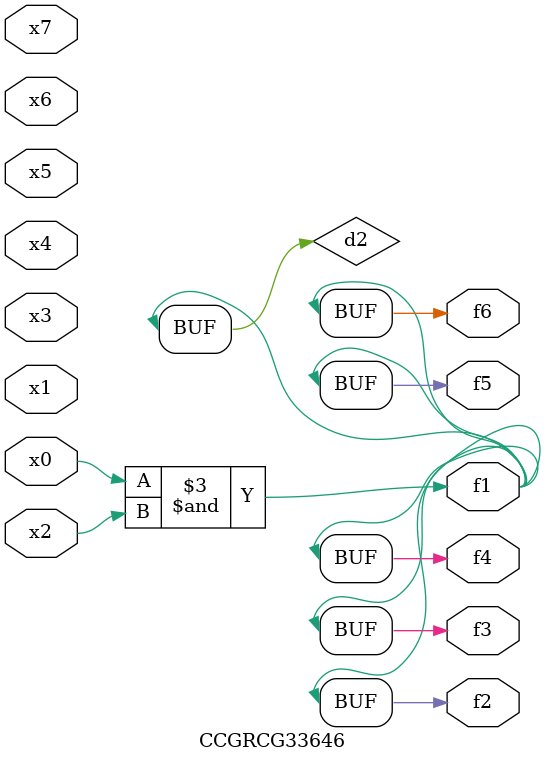
<source format=v>
module CCGRCG33646(
	input x0, x1, x2, x3, x4, x5, x6, x7,
	output f1, f2, f3, f4, f5, f6
);

	wire d1, d2;

	nor (d1, x3, x6);
	and (d2, x0, x2);
	assign f1 = d2;
	assign f2 = d2;
	assign f3 = d2;
	assign f4 = d2;
	assign f5 = d2;
	assign f6 = d2;
endmodule

</source>
